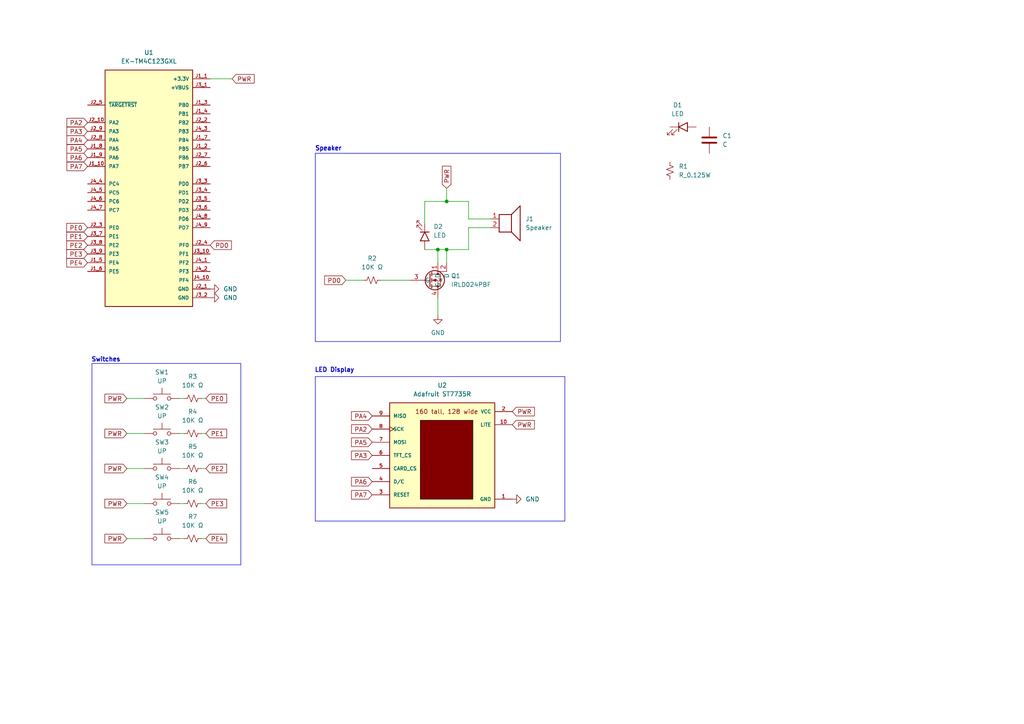
<source format=kicad_sch>
(kicad_sch (version 20231120) (generator "eeschema") (generator_version "8.0")
  (paper "A4")
  (lib_symbols
    (symbol "ECE445L:Adafruit_ST7735R" (pin_names (offset 1.016))
      (property "Reference" "U?" (at -15.24 16.002 0))
      (property "Value" "Adafruit ST7735R" (at -15.24 -17.78 0))
      (symbol "Adafruit_ST7735R_0_0"
        (rectangle (start -15.24 15.24) (end 15.24 -15.24) (stroke (width 0.254)) (fill (type background)))
      )
      (symbol "Adafruit_ST7735R_1_0"
        (pin power_in line (at 20.32 -12.7 180) (length 5.08) (name "GND") (number "1"))
        (pin power_in line (at 20.32 8.89 180) (length 5.08) (name "LITE") (number "10"))
        (pin power_in line (at 20.32 12.7 180) (length 5.08) (name "VCC") (number "2"))
        (pin input line (at -20.32 -11.43 0) (length 5.08) (name "RESET") (number "3"))
        (pin input line (at -20.32 -7.62 0) (length 5.08) (name "D/C") (number "4"))
        (pin input line (at -20.32 -3.81 0) (length 5.08) (name "CARD_CS") (number "5"))
        (pin input line (at -20.32 0 0) (length 5.08) (name "TFT_CS") (number "6"))
        (pin input line (at -20.32 3.81 0) (length 5.08) (name "MOSI") (number "7"))
        (pin input clock (at -20.32 7.62 0) (length 5.08) (name "SCK") (number "8"))
        (pin output line (at -20.32 11.43 0) (length 5.08) (name "MISO") (number "9"))
      )
      (symbol "Adafruit_ST7735R_1_1"
        (rectangle (start -6.35 10.16) (end 8.89 -12.7) (stroke (width 0) (color 0 0 0 1)) (fill (type color) (color 132 0 0 1)))
        (text "160 tall, 128 wide" (at 1.27 12.7 0) (effects (font (size 1.27 1.27))))
      )
    )
    (symbol "ECE445L:C" (pin_numbers hide) (pin_names (offset 0.254))
      (property "Reference" "C" (at 0.635 2.54 0))
      (property "Value" "C" (at 0.635 -2.54 0))
      (symbol "C_0_1"
        (polyline (pts (xy -2.032 -0.762) (xy 2.032 -0.762)) (stroke (width 0.508)))
        (polyline (pts (xy -2.032 0.762) (xy 2.032 0.762)) (stroke (width 0.508)))
      )
      (symbol "C_1_1"
        (pin passive line (at 0 3.81 270) (length 2.794) (name "~") (number "1"))
        (pin passive line (at 0 -3.81 90) (length 2.794) (name "~") (number "2"))
      )
    )
    (symbol "ECE445L:EK-TM4C123GXL" (pin_names (offset 1.016))
      (property "Reference" "U?" (at -12.7367 34.3099 0))
      (property "Value" "EK-TM4C123GXL" (at -12.7129 -38.1075 0))
      (symbol "EK-TM4C123GXL_0_0"
        (rectangle (start -12.7 -35.56) (end 12.7 33.02) (stroke (width 0.254)) (fill (type background)))
        (pin power_in line (at 17.78 30.48 180) (length 5.08) (name "+3.3V") (number "J1_1"))
        (pin bidirectional line (at -17.78 5.08 0) (length 5.08) (name "PA7") (number "J1_10"))
        (pin bidirectional line (at 17.78 22.86 180) (length 5.08) (name "PB0") (number "J1_3"))
        (pin bidirectional line (at 17.78 20.32 180) (length 5.08) (name "PB1") (number "J1_4"))
        (pin bidirectional line (at -17.78 -22.86 0) (length 5.08) (name "PE4") (number "J1_5"))
        (pin bidirectional line (at -17.78 -25.4 0) (length 5.08) (name "PE5") (number "J1_6"))
        (pin bidirectional line (at 17.78 12.7 180) (length 5.08) (name "PB4") (number "J1_7"))
        (pin bidirectional line (at -17.78 10.16 0) (length 5.08) (name "PA5") (number "J1_8"))
        (pin bidirectional line (at -17.78 7.62 0) (length 5.08) (name "PA6") (number "J1_9"))
        (pin power_in line (at 17.78 -30.48 180) (length 5.08) (name "GND") (number "J2_1"))
        (pin bidirectional line (at -17.78 17.78 0) (length 5.08) (name "PA2") (number "J2_10"))
        (pin bidirectional line (at 17.78 17.78 180) (length 5.08) (name "PB2") (number "J2_2"))
        (pin bidirectional line (at -17.78 -12.7 0) (length 5.08) (name "PE0") (number "J2_3"))
        (pin bidirectional line (at 17.78 -17.78 180) (length 5.08) (name "PF0") (number "J2_4"))
        (pin input line (at -17.78 22.86 0) (length 5.08) (name "~{TARGETRST}") (number "J2_5"))
        (pin bidirectional line (at 17.78 5.08 180) (length 5.08) (name "PB7") (number "J2_6"))
        (pin bidirectional line (at 17.78 7.62 180) (length 5.08) (name "PB6") (number "J2_7"))
        (pin bidirectional line (at -17.78 12.7 0) (length 5.08) (name "PA4") (number "J2_8"))
        (pin bidirectional line (at -17.78 15.24 0) (length 5.08) (name "PA3") (number "J2_9"))
        (pin power_in line (at 17.78 27.94 180) (length 5.08) (name "+VBUS") (number "J3_1"))
        (pin bidirectional line (at 17.78 -20.32 180) (length 5.08) (name "PF1") (number "J3_10"))
        (pin power_in line (at 17.78 -33.02 180) (length 5.08) (name "GND") (number "J3_2"))
        (pin bidirectional line (at 17.78 0 180) (length 5.08) (name "PD0") (number "J3_3"))
        (pin bidirectional line (at 17.78 -2.54 180) (length 5.08) (name "PD1") (number "J3_4"))
        (pin bidirectional line (at 17.78 -5.08 180) (length 5.08) (name "PD2") (number "J3_5"))
        (pin bidirectional line (at 17.78 -7.62 180) (length 5.08) (name "PD3") (number "J3_6"))
        (pin bidirectional line (at -17.78 -15.24 0) (length 5.08) (name "PE1") (number "J3_7"))
        (pin bidirectional line (at -17.78 -17.78 0) (length 5.08) (name "PE2") (number "J3_8"))
        (pin bidirectional line (at -17.78 -20.32 0) (length 5.08) (name "PE3") (number "J3_9"))
        (pin bidirectional line (at 17.78 -22.86 180) (length 5.08) (name "PF2") (number "J4_1"))
        (pin bidirectional line (at 17.78 -27.94 180) (length 5.08) (name "PF4") (number "J4_10"))
        (pin bidirectional line (at 17.78 -25.4 180) (length 5.08) (name "PF3") (number "J4_2"))
        (pin bidirectional line (at 17.78 15.24 180) (length 5.08) (name "PB3") (number "J4_3"))
        (pin bidirectional line (at -17.78 0 0) (length 5.08) (name "PC4") (number "J4_4"))
        (pin bidirectional line (at -17.78 -2.54 0) (length 5.08) (name "PC5") (number "J4_5"))
        (pin bidirectional line (at -17.78 -5.08 0) (length 5.08) (name "PC6") (number "J4_6"))
        (pin bidirectional line (at -17.78 -7.62 0) (length 5.08) (name "PC7") (number "J4_7"))
        (pin bidirectional line (at 17.78 -10.16 180) (length 5.08) (name "PD6") (number "J4_8"))
        (pin bidirectional line (at 17.78 -12.7 180) (length 5.08) (name "PD7") (number "J4_9"))
      )
      (symbol "EK-TM4C123GXL_1_0"
        (pin bidirectional line (at 17.78 10.16 180) (length 5.08) (name "PB5") (number "J1_2"))
      )
    )
    (symbol "ECE445L:IRLD024PBF"
      (property "Reference" "Q" (at 6.35 5.715 0))
      (property "Value" "IRLD024PBF" (at 16.51 -1.905 0))
      (symbol "IRLD024PBF_0_1"
        (polyline (pts (xy 11.43 0.635) (xy 8.636 0.635)))
        (polyline (pts (xy 11.684 2.54) (xy 11.684 -1.27)) (stroke (width 0.254)))
        (polyline (pts (xy 12.192 -0.635) (xy 12.192 -1.651)) (stroke (width 0.254)))
        (polyline (pts (xy 12.192 1.143) (xy 12.192 0.127)) (stroke (width 0.254)))
        (polyline (pts (xy 12.192 2.921) (xy 12.192 1.905)) (stroke (width 0.254)))
        (polyline (pts (xy 13.97 3.175) (xy 13.97 2.413)))
        (polyline (pts (xy 16.51 3.175) (xy 13.97 3.175)))
        (polyline (pts (xy 13.97 -1.905) (xy 13.97 0.635) (xy 12.192 0.635)))
        (polyline (pts (xy 12.192 -1.143) (xy 14.732 -1.143) (xy 14.732 2.413) (xy 12.192 2.413)))
        (polyline (pts (xy 12.446 0.635) (xy 13.462 1.016) (xy 13.462 0.254) (xy 12.446 0.635)) (fill (type outline)))
        (polyline (pts (xy 14.224 1.143) (xy 14.351 1.016) (xy 15.113 1.016) (xy 15.24 0.889)))
        (polyline (pts (xy 14.732 1.016) (xy 14.351 0.381) (xy 15.113 0.381) (xy 14.732 1.016)))
        (circle (center 13.081 0.635) (radius 2.794) (stroke (width 0.254)))
        (circle (center 13.97 -1.143) (radius 0.254) (fill (type outline)))
        (circle (center 13.97 2.413) (radius 0.254) (fill (type outline)))
      )
      (symbol "IRLD024PBF_1_1"
        (pin passive line (at 13.97 5.715 270) (length 2.54) (name "D") (number "1"))
        (pin passive line (at 16.51 5.715 270) (length 2.54) (name "D") (number "2"))
        (pin input line (at 5.715 0.635 0) (length 4) (name "G") (number "3"))
        (pin passive line (at 13.97 -4.445 90) (length 2.54) (name "S") (number "4"))
      )
    )
    (symbol "ECE445L:LED" (pin_numbers hide) (pin_names (offset 1.016) hide)
      (property "Reference" "D" (at 1.27 1.27 0))
      (property "Value" "LED" (at -5.08 -1.27 0))
      (symbol "LED_0_1"
        (polyline (pts (xy 0 -1.27) (xy -2.54 -1.27)) (stroke (width 0.254)))
        (polyline (pts (xy 0 1.27) (xy -2.54 1.27) (xy -1.27 -1.27) (xy 0 1.27)) (stroke (width 0.254)))
        (polyline (pts (xy -0.508 -3.048) (xy 1.016 -4.572) (xy 1.016 -3.81) (xy 1.016 -4.572) (xy 0.254 -4.572)))
        (polyline (pts (xy -0.508 -1.778) (xy 1.016 -3.302) (xy 1.016 -2.54) (xy 1.016 -3.302) (xy 0.254 -3.302)))
      )
      (symbol "LED_1_1"
        (pin passive line (at -1.27 -3.81 90) (length 2.54) (name "K") (number "1"))
        (pin passive line (at -1.27 3.81 270) (length 2.54) (name "A") (number "2"))
      )
    )
    (symbol "ECE445L:R_0.125W" (pin_numbers hide) (pin_names (offset 0.254) hide)
      (property "Reference" "R" (at 0.762 0.508 0))
      (property "Value" "R_0.125W" (at 0.762 -1.016 0))
      (symbol "R_0.125W_1_1"
        (polyline (pts (xy 0 0) (xy 1.016 -0.381) (xy 0 -0.762) (xy -1.016 -1.143) (xy 0 -1.524)))
        (polyline (pts (xy 0 1.524) (xy 1.016 1.143) (xy 0 0.762) (xy -1.016 0.381) (xy 0 0)))
        (pin passive line (at 0 2.54 270) (length 1.016) (name "~") (number "1"))
        (pin passive line (at 0 -2.54 90) (length 1.016) (name "~") (number "2"))
      )
    )
    (symbol "ECE445L:SW_Push" (pin_numbers hide) (pin_names (offset 1.016) hide)
      (property "Reference" "SW101" (at 1.27 -1.27 90))
      (property "Value" "UP" (at -1.27 -1.27 90))
      (symbol "SW_Push_0_1"
        (circle (center -2.032 0) (radius 0.508))
        (polyline (pts (xy 0 1.27) (xy 0 3.048)))
        (polyline (pts (xy 2.54 1.27) (xy -2.54 1.27)))
        (circle (center 2.032 0) (radius 0.508))
        (pin passive line (at -5.08 0 0) (length 2.54) (name "1") (number "1"))
        (pin passive line (at 5.08 0 180) (length 2.54) (name "2") (number "2"))
      )
    )
    (symbol "ECE445L:Speaker" (pin_names (offset 0) hide)
      (property "Reference" "J" (at 1.27 5.715 0))
      (property "Value" "Speaker" (at 1.27 3.81 0))
      (symbol "Speaker_0_0"
        (rectangle (start -2.54 1.27) (end 1.016 -3.81) (stroke (width 0.254)))
        (polyline (pts (xy 1.016 1.27) (xy 3.556 3.81) (xy 3.556 -6.35) (xy 1.016 -3.81)) (stroke (width 0.254)))
      )
      (symbol "Speaker_1_1"
        (pin input line (at -5.08 0 0) (length 2.54) (name "1") (number "1"))
        (pin input line (at -5.08 -2.54 0) (length 2.54) (name "2") (number "2"))
      )
    )
    (symbol "power:GND" (power) (pin_numbers hide) (pin_names (offset 0) hide)
      (property "Value" "GND" (at 0 -3.81 0))
      (symbol "GND_0_1"
        (polyline (pts (xy 0 0) (xy 0 -1.27) (xy 1.27 -1.27) (xy 0 -2.54) (xy -1.27 -1.27) (xy 0 -1.27)))
      )
      (symbol "GND_1_1"
        (pin power_in line (at 0 0 270) (length 0) (name "~") (number "1"))
      )
    )
  )
  (junction (at 129.54 58.42))
  (junction (at 129.54 72.39))
  (junction (at 127 72.39))
  (wire (pts (xy 58.42 135.89) (xy 59.69 135.89)))
  (wire (pts (xy 52.07 146.05) (xy 53.34 146.05)))
  (wire (pts (xy 129.54 72.39) (xy 129.54 76.2)))
  (wire (pts (xy 127 76.2) (xy 127 72.39)))
  (wire (pts (xy 135.89 66.04) (xy 135.89 72.39)))
  (wire (pts (xy 36.83 135.89) (xy 41.91 135.89)))
  (wire (pts (xy 123.19 58.42) (xy 123.19 64.77)))
  (wire (pts (xy 129.54 72.39) (xy 135.89 72.39)))
  (wire (pts (xy 58.42 156.21) (xy 59.69 156.21)))
  (wire (pts (xy 129.54 58.42) (xy 123.19 58.42)))
  (wire (pts (xy 52.07 125.73) (xy 53.34 125.73)))
  (wire (pts (xy 129.54 58.42) (xy 135.89 58.42)))
  (wire (pts (xy 52.07 135.89) (xy 53.34 135.89)))
  (wire (pts (xy 52.07 115.57) (xy 53.34 115.57)))
  (wire (pts (xy 142.24 66.04) (xy 135.89 66.04)))
  (wire (pts (xy 58.42 146.05) (xy 59.69 146.05)))
  (wire (pts (xy 58.42 115.57) (xy 59.69 115.57)))
  (wire (pts (xy 52.07 156.21) (xy 53.34 156.21)))
  (wire (pts (xy 100.33 81.28) (xy 105.41 81.28)))
  (wire (pts (xy 127 72.39) (xy 123.19 72.39)))
  (wire (pts (xy 129.54 54.61) (xy 129.54 58.42)))
  (wire (pts (xy 60.96 22.86) (xy 67.31 22.86)))
  (wire (pts (xy 36.83 146.05) (xy 41.91 146.05)))
  (wire (pts (xy 127 86.36) (xy 127 91.44)))
  (wire (pts (xy 142.24 63.5) (xy 135.89 63.5)))
  (wire (pts (xy 135.89 63.5) (xy 135.89 58.42)))
  (wire (pts (xy 36.83 156.21) (xy 41.91 156.21)))
  (wire (pts (xy 36.83 115.57) (xy 41.91 115.57)))
  (wire (pts (xy 58.42 125.73) (xy 59.69 125.73)))
  (wire (pts (xy 127 72.39) (xy 129.54 72.39)))
  (wire (pts (xy 110.49 81.28) (xy 118.745 81.28)))
  (wire (pts (xy 36.83 125.73) (xy 41.91 125.73)))
  (rectangle (start 91.44 44.45) (end 162.56 99.06))
  (rectangle (start 91.44 109.22) (end 163.83 151.13))
  (rectangle (start 69.85 163.83) (end 26.67 105.41))
  (text "Switches\n" (at 30.734 104.394 0) (effects (font (size 1.27 1.27) (thickness 0.254) (bold yes))))
  (text "Speaker\n" (at 95.25 43.18 0) (effects (font (size 1.27 1.27) (thickness 0.254) (bold yes))))
  (text "LED Display" (at 97.028 107.442 0) (effects (font (size 1.27 1.27) (thickness 0.254) (bold yes))))
  (global_label "PE2" (shape input) (at 59.69 135.89 0) (property "Intersheetrefs" "${INTERSHEET_REFS}" (effects (hide yes))))
  (global_label "PWR" (shape input) (at 129.54 54.61 90) (property "Intersheetrefs" "${INTERSHEET_REFS}" (effects (hide yes))))
  (global_label "PWR" (shape input) (at 36.83 146.05 180) (property "Intersheetrefs" "${INTERSHEET_REFS}" (effects (hide yes))))
  (global_label "PE1" (shape input) (at 59.69 125.73 0) (property "Intersheetrefs" "${INTERSHEET_REFS}" (effects (hide yes))))
  (global_label "PA2" (shape input) (at 107.95 124.46 180) (property "Intersheetrefs" "${INTERSHEET_REFS}" (effects (hide yes))))
  (global_label "PA5" (shape input) (at 25.4 43.18 180) (property "Intersheetrefs" "${INTERSHEET_REFS}" (effects (hide yes))))
  (global_label "PA7" (shape input) (at 107.95 143.51 180) (property "Intersheetrefs" "${INTERSHEET_REFS}" (effects (hide yes))))
  (global_label "PE3" (shape input) (at 59.69 146.05 0) (property "Intersheetrefs" "${INTERSHEET_REFS}" (effects (hide yes))))
  (global_label "PE0" (shape input) (at 59.69 115.57 0) (property "Intersheetrefs" "${INTERSHEET_REFS}" (effects (hide yes))))
  (global_label "PA2" (shape input) (at 25.4 35.56 180) (property "Intersheetrefs" "${INTERSHEET_REFS}" (effects (hide yes))))
  (global_label "PE2" (shape input) (at 25.4 71.12 180) (property "Intersheetrefs" "${INTERSHEET_REFS}" (effects (hide yes))))
  (global_label "PE0" (shape input) (at 25.4 66.04 180) (property "Intersheetrefs" "${INTERSHEET_REFS}" (effects (hide yes))))
  (global_label "PA6" (shape input) (at 107.95 139.7 180) (property "Intersheetrefs" "${INTERSHEET_REFS}" (effects (hide yes))))
  (global_label "PA7" (shape input) (at 25.4 48.26 180) (property "Intersheetrefs" "${INTERSHEET_REFS}" (effects (hide yes))))
  (global_label "PA5" (shape input) (at 107.95 128.27 180) (property "Intersheetrefs" "${INTERSHEET_REFS}" (effects (hide yes))))
  (global_label "PE3" (shape input) (at 25.4 73.66 180) (property "Intersheetrefs" "${INTERSHEET_REFS}" (effects (hide yes))))
  (global_label "PE4" (shape input) (at 59.69 156.21 0) (property "Intersheetrefs" "${INTERSHEET_REFS}" (effects (hide yes))))
  (global_label "PA4" (shape input) (at 107.95 120.65 180) (property "Intersheetrefs" "${INTERSHEET_REFS}" (effects (hide yes))))
  (global_label "PE4" (shape input) (at 25.4 76.2 180) (property "Intersheetrefs" "${INTERSHEET_REFS}" (effects (hide yes))))
  (global_label "PWR" (shape input) (at 148.59 119.38 0) (property "Intersheetrefs" "${INTERSHEET_REFS}" (effects (hide yes))))
  (global_label "PD0" (shape input) (at 60.96 71.12 0) (property "Intersheetrefs" "${INTERSHEET_REFS}" (effects (hide yes))))
  (global_label "PE1" (shape input) (at 25.4 68.58 180) (property "Intersheetrefs" "${INTERSHEET_REFS}" (effects (hide yes))))
  (global_label "PA3" (shape input) (at 25.4 38.1 180) (property "Intersheetrefs" "${INTERSHEET_REFS}" (effects (hide yes))))
  (global_label "PA4" (shape input) (at 25.4 40.64 180) (property "Intersheetrefs" "${INTERSHEET_REFS}" (effects (hide yes))))
  (global_label "PA6" (shape input) (at 25.4 45.72 180) (property "Intersheetrefs" "${INTERSHEET_REFS}" (effects (hide yes))))
  (global_label "PWR" (shape input) (at 148.59 123.19 0) (property "Intersheetrefs" "${INTERSHEET_REFS}" (effects (hide yes))))
  (global_label "PWR" (shape input) (at 36.83 135.89 180) (property "Intersheetrefs" "${INTERSHEET_REFS}" (effects (hide yes))))
  (global_label "PWR" (shape input) (at 36.83 125.73 180) (property "Intersheetrefs" "${INTERSHEET_REFS}" (effects (hide yes))))
  (global_label "PWR" (shape input) (at 36.83 156.21 180) (property "Intersheetrefs" "${INTERSHEET_REFS}" (effects (hide yes))))
  (global_label "PWR" (shape input) (at 67.31 22.86 0) (property "Intersheetrefs" "${INTERSHEET_REFS}" (effects (hide yes))))
  (global_label "PA3" (shape input) (at 107.95 132.08 180) (property "Intersheetrefs" "${INTERSHEET_REFS}" (effects (hide yes))))
  (global_label "PWR" (shape input) (at 36.83 115.57 180) (property "Intersheetrefs" "${INTERSHEET_REFS}" (effects (hide yes))))
  (global_label "PD0" (shape input) (at 100.33 81.28 180) (property "Intersheetrefs" "${INTERSHEET_REFS}" (effects (hide yes))))
  (symbol (lib_id "ECE445L:EK-TM4C123GXL") (at 43.18 53.34 0) (unit 1)
    (property "Reference" "U1" (at 43.18 15.24 0))
    (property "Value" "EK-TM4C123GXL" (at 43.18 17.78 0))
    (property "Footprint" "ECE445L:ti_EKTM4C123GXL" (effects (hide yes)))
    (property "Datasheet" "https://www.ti.com/lit/ds/symlink/tm4c123gh6pm.pdf?ts=1693244962384&ref_url=https%253A%252F%252Fwww.google.com%252F" (effects (hide yes)))
    (property "Distributor" "Mouser" (effects (hide yes)))
    (property "Manufacturer" "Texas Instruments" (effects (hide yes)))
    (property "P/N" "EK-TM4C123GXL" (effects (hide yes)))
    (property "Cost" "22.60" (effects (hide yes)))
  )
  (symbol (lib_id "ECE445L:SW_Push") (at 46.99 115.57 0) (unit 1)
    (property "Reference" "SW1" (at 46.99 107.95 0))
    (property "Value" "UP" (at 46.99 110.49 0))
    (property "Footprint" "ECE445L:SW_PUSH_6mm" (effects (hide yes)))
    (property "Description" "Push button switch, generic, two pins" (effects (hide yes)))
  )
  (symbol (lib_id "ECE445L:R_0.125W") (at 55.88 156.21 90) (unit 1)
    (property "Reference" "R7" (at 55.88 149.86 90))
    (property "Value" "10K Ω" (at 55.88 152.4 90))
    (property "Footprint" "ECE445L:R_Axial_DIN0204_L3.6mm_D1.6mm_P7.62mm_Horizontal" (effects (hide yes)))
    (property "Datasheet" "https://users.ece.utexas.edu/~valvano/mspm0/CarbonFilmresistors.pdf" (effects (hide yes)))
    (property "Description" "Resistor, small US symbol" (effects (hide yes)))
  )
  (symbol (lib_id "ECE445L:LED") (at 121.92 68.58 180) (unit 1)
    (property "Reference" "D2" (at 125.73 65.7224 0) (effects (justify right)))
    (property "Value" "LED" (at 125.73 68.2624 0) (effects (justify right)))
    (property "Footprint" "ECE445L:LED_D5.0mm" (effects (hide yes)))
    (property "Datasheet" "https://users.ece.utexas.edu/~valvano/mspm0/HLMP-4700.pdf" (effects (hide yes)))
    (property "Description" "Light emitting diode" (effects (hide yes)))
  )
  (symbol (lib_id "ECE445L:R_0.125W") (at 194.31 49.53 0) (unit 1)
    (property "Reference" "R1" (at 196.85 48.2599 0) (effects (justify left)))
    (property "Value" "R_0.125W" (at 196.85 50.7999 0) (effects (justify left)))
    (property "Footprint" "ECE445L:R_Axial_DIN0204_L3.6mm_D1.6mm_P7.62mm_Horizontal" (effects (hide yes)))
    (property "Datasheet" "https://users.ece.utexas.edu/~valvano/mspm0/CarbonFilmresistors.pdf" (effects (hide yes)))
    (property "Description" "Resistor, small US symbol" (effects (hide yes)))
  )
  (symbol (lib_id "ECE445L:Adafruit_ST7735R") (at 128.27 132.08 0) (unit 1)
    (property "Reference" "U2" (at 128.27 111.76 0))
    (property "Value" "Adafruit ST7735R" (at 128.27 114.3 0))
    (property "Footprint" "ECE445L:adafruit_st7735r2" (effects (hide yes)))
    (property "Datasheet" "https://www.mouser.com/datasheet/2/737/ST7735R_V0_2-2489618.pdf" (effects (hide yes)))
    (property "Distributor" "Mouser" (effects (hide yes)))
    (property "Manufacturer" "Adafruit" (effects (hide yes)))
    (property "P/N" "358" (effects (hide yes)))
    (property "Cost" "19.95" (effects (hide yes)))
  )
  (symbol (lib_id "ECE445L:R_0.125W") (at 55.88 135.89 90) (unit 1)
    (property "Reference" "R5" (at 55.88 129.54 90))
    (property "Value" "10K Ω" (at 55.88 132.08 90))
    (property "Footprint" "ECE445L:R_Axial_DIN0204_L3.6mm_D1.6mm_P7.62mm_Horizontal" (effects (hide yes)))
    (property "Datasheet" "https://users.ece.utexas.edu/~valvano/mspm0/CarbonFilmresistors.pdf" (effects (hide yes)))
    (property "Description" "Resistor, small US symbol" (effects (hide yes)))
  )
  (symbol (lib_id "ECE445L:LED") (at 198.12 38.1 270) (unit 1)
    (property "Reference" "D1" (at 196.5325 30.48 90))
    (property "Value" "LED" (at 196.5325 33.02 90))
    (property "Footprint" "ECE445L:LED_D5.0mm" (effects (hide yes)))
    (property "Datasheet" "https://users.ece.utexas.edu/~valvano/mspm0/HLMP-4700.pdf" (effects (hide yes)))
    (property "Description" "Light emitting diode" (effects (hide yes)))
  )
  (symbol (lib_id "ECE445L:SW_Push") (at 46.99 125.73 0) (unit 1)
    (property "Reference" "SW2" (at 46.99 118.11 0))
    (property "Value" "UP" (at 46.99 120.65 0))
    (property "Footprint" "ECE445L:SW_PUSH_6mm" (effects (hide yes)))
    (property "Description" "Push button switch, generic, two pins" (effects (hide yes)))
  )
  (symbol (lib_id "power:GND") (at 148.59 144.78 90) (unit 1)
    (property "Reference" "#PWR04" (effects (hide yes)))
    (property "Value" "GND" (at 152.4 144.7799 90) (effects (justify right)))
    (property "Description" "Power symbol creates a global label with name \"GND\" , ground" (effects (hide yes)))
  )
  (symbol (lib_id "power:GND") (at 127 91.44 0) (unit 1)
    (property "Reference" "#PWR01" (effects (hide yes)))
    (property "Value" "GND" (at 127 96.52 0))
    (property "Description" "Power symbol creates a global label with name \"GND\" , ground" (effects (hide yes)))
  )
  (symbol (lib_id "ECE445L:R_0.125W") (at 55.88 115.57 90) (unit 1)
    (property "Reference" "R3" (at 55.88 109.22 90))
    (property "Value" "10K Ω" (at 55.88 111.76 90))
    (property "Footprint" "ECE445L:R_Axial_DIN0204_L3.6mm_D1.6mm_P7.62mm_Horizontal" (effects (hide yes)))
    (property "Datasheet" "https://users.ece.utexas.edu/~valvano/mspm0/CarbonFilmresistors.pdf" (effects (hide yes)))
    (property "Description" "Resistor, small US symbol" (effects (hide yes)))
  )
  (symbol (lib_id "ECE445L:IRLD024PBF") (at 113.03 81.915 0) (unit 1)
    (property "Reference" "Q1" (at 130.81 80.0099 0) (effects (justify left)))
    (property "Value" "IRLD024PBF" (at 130.81 82.5499 0) (effects (justify left)))
    (property "Footprint" "ECE445L:DIP920W60P254L490H457Q4N" (effects (hide yes)))
    (property "Datasheet" "http://www.vishay.com/docs/91308/sihld24.pdf" (effects (hide yes)))
    (property "Description" "Vishay IRLD024PBF N-channel MOSFET Transistor, 2.5 A, 60 V, 4-Pin HVMDIP" (effects (hide yes)))
    (property "Height" "4.57" (effects (hide yes)))
    (property "Mouser Part Number" "844-IRLD024PBF" (effects (hide yes)))
    (property "Mouser Price/Stock" "https://www.mouser.co.uk/ProductDetail/Vishay-Siliconix/IRLD024PBF?qs=cvaI6ThkwxvrmVanJu5OcQ%3D%3D" (effects (hide yes)))
    (property "Manufacturer_Name" "Vishay" (effects (hide yes)))
    (property "Manufacturer_Part_Number" "IRLD024PBF" (effects (hide yes)))
  )
  (symbol (lib_id "ECE445L:Speaker") (at 147.32 63.5 0) (unit 1)
    (property "Reference" "J1" (at 152.4 63.4999 0) (effects (justify left)))
    (property "Value" "Speaker" (at 152.4 66.0399 0) (effects (justify left)))
    (property "Footprint" "ECE445L:PinHeader_1x02_P2.54mm_Vertical" (effects (hide yes)))
    (property "Description" "Speaker" (effects (hide yes)))
  )
  (symbol (lib_id "ECE445L:R_0.125W") (at 55.88 125.73 90) (unit 1)
    (property "Reference" "R4" (at 55.88 119.38 90))
    (property "Value" "10K Ω" (at 55.88 121.92 90))
    (property "Footprint" "ECE445L:R_Axial_DIN0204_L3.6mm_D1.6mm_P7.62mm_Horizontal" (effects (hide yes)))
    (property "Datasheet" "https://users.ece.utexas.edu/~valvano/mspm0/CarbonFilmresistors.pdf" (effects (hide yes)))
    (property "Description" "Resistor, small US symbol" (effects (hide yes)))
  )
  (symbol (lib_id "power:GND") (at 60.96 86.36 90) (unit 1)
    (property "Reference" "#PWR03" (effects (hide yes)))
    (property "Value" "GND" (at 64.77 86.3599 90) (effects (justify right)))
    (property "Description" "Power symbol creates a global label with name \"GND\" , ground" (effects (hide yes)))
  )
  (symbol (lib_id "ECE445L:SW_Push") (at 46.99 135.89 0) (unit 1)
    (property "Reference" "SW3" (at 46.99 128.27 0))
    (property "Value" "UP" (at 46.99 130.81 0))
    (property "Footprint" "ECE445L:SW_PUSH_6mm" (effects (hide yes)))
    (property "Description" "Push button switch, generic, two pins" (effects (hide yes)))
  )
  (symbol (lib_id "ECE445L:R_0.125W") (at 55.88 146.05 90) (unit 1)
    (property "Reference" "R6" (at 55.88 139.7 90))
    (property "Value" "10K Ω" (at 55.88 142.24 90))
    (property "Footprint" "ECE445L:R_Axial_DIN0204_L3.6mm_D1.6mm_P7.62mm_Horizontal" (effects (hide yes)))
    (property "Datasheet" "https://users.ece.utexas.edu/~valvano/mspm0/CarbonFilmresistors.pdf" (effects (hide yes)))
    (property "Description" "Resistor, small US symbol" (effects (hide yes)))
  )
  (symbol (lib_id "ECE445L:C") (at 205.74 40.64 0) (unit 1)
    (property "Reference" "C1" (at 209.55 39.3699 0) (effects (justify left)))
    (property "Value" "C" (at 209.55 41.9099 0) (effects (justify left)))
    (property "Footprint" "ECE445L:C_Axial_200mil" (effects (hide yes)))
    (property "Description" "Unpolarized capacitor" (effects (hide yes)))
  )
  (symbol (lib_id "ECE445L:SW_Push") (at 46.99 146.05 0) (unit 1)
    (property "Reference" "SW4" (at 46.99 138.43 0))
    (property "Value" "UP" (at 46.99 140.97 0))
    (property "Footprint" "ECE445L:SW_PUSH_6mm" (effects (hide yes)))
    (property "Description" "Push button switch, generic, two pins" (effects (hide yes)))
  )
  (symbol (lib_id "ECE445L:SW_Push") (at 46.99 156.21 0) (unit 1)
    (property "Reference" "SW5" (at 46.99 148.59 0))
    (property "Value" "UP" (at 46.99 151.13 0))
    (property "Footprint" "ECE445L:SW_PUSH_6mm" (effects (hide yes)))
    (property "Description" "Push button switch, generic, two pins" (effects (hide yes)))
  )
  (symbol (lib_id "power:GND") (at 60.96 83.82 90) (unit 1)
    (property "Reference" "#PWR02" (effects (hide yes)))
    (property "Value" "GND" (at 64.77 83.8199 90) (effects (justify right)))
    (property "Description" "Power symbol creates a global label with name \"GND\" , ground" (effects (hide yes)))
  )
  (symbol (lib_id "ECE445L:R_0.125W") (at 107.95 81.28 90) (unit 1)
    (property "Reference" "R2" (at 107.95 74.93 90))
    (property "Value" "10K Ω" (at 107.95 77.47 90))
    (property "Footprint" "ECE445L:R_Axial_DIN0204_L3.6mm_D1.6mm_P7.62mm_Horizontal" (effects (hide yes)))
    (property "Datasheet" "https://users.ece.utexas.edu/~valvano/mspm0/CarbonFilmresistors.pdf" (effects (hide yes)))
    (property "Description" "Resistor, small US symbol" (effects (hide yes)))
  )
)
</source>
